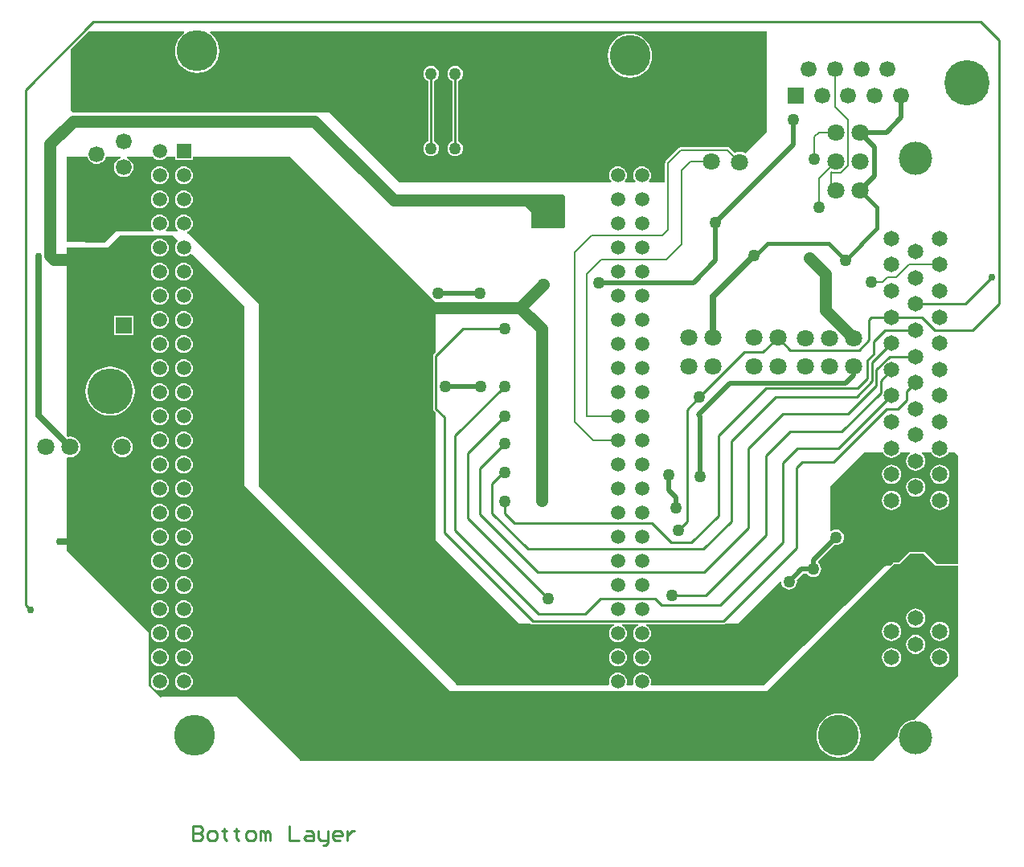
<source format=gbl>
G04*
G04 #@! TF.GenerationSoftware,Altium Limited,Altium Designer,19.0.12 (326)*
G04*
G04 Layer_Physical_Order=2*
G04 Layer_Color=16711680*
%FSLAX25Y25*%
%MOIN*%
G70*
G01*
G75*
%ADD10C,0.01000*%
%ADD15C,0.00800*%
%ADD53C,0.05000*%
%ADD54C,0.02000*%
%ADD55C,0.02500*%
%ADD58C,0.01500*%
%ADD59C,0.16929*%
%ADD60C,0.13800*%
%ADD61C,0.06500*%
%ADD62C,0.05906*%
%ADD63R,0.05906X0.05906*%
%ADD64C,0.07087*%
%ADD65C,0.18740*%
%ADD66R,0.06653X0.06653*%
%ADD67C,0.06653*%
%ADD68R,0.06653X0.06653*%
%ADD69C,0.06653*%
%ADD70C,0.18898*%
%ADD71C,0.05000*%
%ADD72C,0.03000*%
G36*
X396700Y573500D02*
X387744Y564544D01*
X387640Y564624D01*
X386608Y565051D01*
X385500Y565197D01*
X384392Y565051D01*
X383374Y564630D01*
X381293Y566710D01*
X380929Y566954D01*
X380500Y567039D01*
X380500Y567039D01*
X361083D01*
X361083Y567039D01*
X360653Y566954D01*
X360290Y566710D01*
X354872Y561293D01*
X354629Y560929D01*
X354544Y560500D01*
X354544Y560500D01*
Y552453D01*
X347940Y552453D01*
X347728Y552953D01*
X348191Y553555D01*
X348559Y554444D01*
X348684Y555398D01*
X348559Y556351D01*
X348191Y557240D01*
X347605Y558003D01*
X346842Y558588D01*
X345954Y558956D01*
X345000Y559082D01*
X344046Y558956D01*
X343158Y558588D01*
X342395Y558003D01*
X341809Y557240D01*
X341441Y556351D01*
X341316Y555398D01*
X341441Y554444D01*
X341809Y553555D01*
X342272Y552953D01*
X342059Y552453D01*
X337941D01*
X337728Y552953D01*
X338191Y553555D01*
X338559Y554444D01*
X338684Y555398D01*
X338559Y556351D01*
X338191Y557240D01*
X337605Y558003D01*
X336842Y558588D01*
X335954Y558956D01*
X335000Y559082D01*
X334046Y558956D01*
X333158Y558588D01*
X332395Y558003D01*
X331809Y557240D01*
X331441Y556351D01*
X331316Y555398D01*
X331441Y554444D01*
X331809Y553555D01*
X332272Y552953D01*
X332060Y552453D01*
X244547Y552453D01*
X215500Y581500D01*
X109000Y581500D01*
X108000Y582500D01*
Y607770D01*
X115230Y615000D01*
X155014D01*
X155193Y614500D01*
X153988Y613512D01*
X152843Y612116D01*
X151992Y610524D01*
X151468Y608797D01*
X151291Y607000D01*
X151468Y605203D01*
X151992Y603476D01*
X152843Y601884D01*
X153988Y600488D01*
X155384Y599343D01*
X156976Y598492D01*
X158703Y597968D01*
X160500Y597791D01*
X162297Y597968D01*
X164024Y598492D01*
X165616Y599343D01*
X167012Y600488D01*
X168157Y601884D01*
X169008Y603476D01*
X169532Y605203D01*
X169709Y607000D01*
X169532Y608797D01*
X169008Y610524D01*
X168157Y612116D01*
X167012Y613512D01*
X165807Y614500D01*
X165986Y615000D01*
X396700D01*
X396700Y573500D01*
D02*
G37*
G36*
X259500Y502398D02*
Y482230D01*
X258635Y481365D01*
X258370Y480968D01*
X258277Y480500D01*
Y458500D01*
X258370Y458032D01*
X258635Y457635D01*
X259500Y456770D01*
Y404056D01*
X294056Y369500D01*
X298825D01*
X299185Y369260D01*
X299653Y369166D01*
X333247D01*
X333346Y368666D01*
X333158Y368588D01*
X332395Y368003D01*
X331809Y367240D01*
X331441Y366351D01*
X331316Y365398D01*
X331441Y364444D01*
X331809Y363556D01*
X332395Y362792D01*
X333158Y362207D01*
X334046Y361839D01*
X335000Y361713D01*
X335954Y361839D01*
X336842Y362207D01*
X337605Y362792D01*
X338191Y363556D01*
X338559Y364444D01*
X338684Y365398D01*
X338559Y366351D01*
X338191Y367240D01*
X337605Y368003D01*
X336842Y368588D01*
X336654Y368666D01*
X336753Y369166D01*
X343247D01*
X343346Y368666D01*
X343158Y368588D01*
X342395Y368003D01*
X341809Y367240D01*
X341441Y366351D01*
X341316Y365398D01*
X341441Y364444D01*
X341809Y363556D01*
X342395Y362792D01*
X343158Y362207D01*
X344046Y361839D01*
X345000Y361713D01*
X345954Y361839D01*
X346842Y362207D01*
X347605Y362792D01*
X348191Y363556D01*
X348559Y364444D01*
X348684Y365398D01*
X348559Y366351D01*
X348191Y367240D01*
X347605Y368003D01*
X346842Y368588D01*
X346654Y368666D01*
X346753Y369166D01*
X378631D01*
X379100Y369260D01*
X379460Y369500D01*
X384763D01*
X402331Y387068D01*
X402779Y386847D01*
X402772Y386795D01*
X402882Y385960D01*
X403205Y385181D01*
X403718Y384513D01*
X404386Y384000D01*
X405165Y383678D01*
X406000Y383568D01*
X406835Y383678D01*
X407614Y384000D01*
X408282Y384513D01*
X408795Y385181D01*
X409118Y385960D01*
X409228Y386795D01*
X409137Y387481D01*
X411923Y390267D01*
X413297D01*
X413718Y389718D01*
X414386Y389205D01*
X415165Y388882D01*
X416000Y388772D01*
X416835Y388882D01*
X417614Y389205D01*
X418282Y389718D01*
X418795Y390386D01*
X419118Y391165D01*
X419228Y392000D01*
X419118Y392835D01*
X418795Y393614D01*
X418282Y394282D01*
X417921Y394560D01*
X417891Y395140D01*
X424814Y402063D01*
X425500Y401972D01*
X426335Y402082D01*
X427114Y402405D01*
X427782Y402918D01*
X428295Y403586D01*
X428618Y404365D01*
X428728Y405200D01*
X428618Y406035D01*
X428295Y406814D01*
X427782Y407482D01*
X427114Y407995D01*
X426335Y408318D01*
X425500Y408428D01*
X424665Y408318D01*
X423886Y407995D01*
X423477Y407681D01*
X423000Y407945D01*
Y426500D01*
X437000Y440500D01*
X444939D01*
X445050Y440232D01*
X445683Y439407D01*
X446508Y438774D01*
X447469Y438376D01*
X448500Y438240D01*
X449531Y438376D01*
X450492Y438774D01*
X451317Y439407D01*
X451950Y440232D01*
X452061Y440500D01*
X455996D01*
X456166Y440000D01*
X455683Y439630D01*
X455050Y438804D01*
X454652Y437844D01*
X454516Y436812D01*
X454652Y435781D01*
X455050Y434820D01*
X455683Y433995D01*
X456508Y433362D01*
X457469Y432964D01*
X458500Y432828D01*
X459531Y432964D01*
X460492Y433362D01*
X461317Y433995D01*
X461950Y434820D01*
X462348Y435781D01*
X462484Y436812D01*
X462348Y437844D01*
X461950Y438804D01*
X461317Y439630D01*
X460834Y440000D01*
X461004Y440500D01*
X464939D01*
X465050Y440232D01*
X465683Y439407D01*
X466508Y438774D01*
X467469Y438376D01*
X468500Y438240D01*
X469531Y438376D01*
X470492Y438774D01*
X471317Y439407D01*
X471950Y440232D01*
X472061Y440500D01*
X474758D01*
X476000Y439258D01*
X476000Y394714D01*
X476000Y394214D01*
X467015D01*
X462273Y398955D01*
X462215Y398994D01*
X462166Y399043D01*
X462101Y399070D01*
X462042Y399110D01*
X462038Y399110D01*
X462038Y399110D01*
X461925Y399157D01*
X461922Y399159D01*
X461853Y399173D01*
X461788Y399200D01*
X461718Y399200D01*
X461649Y399214D01*
X456452D01*
X456383Y399200D01*
X456313Y399200D01*
X456312Y399200D01*
X456312D01*
X456312Y399200D01*
X456247Y399173D01*
X456179Y399159D01*
X456175Y399157D01*
X456175Y399157D01*
X456062Y399110D01*
X456058Y399110D01*
X456000Y399071D01*
X455935Y399043D01*
X455885Y398994D01*
X455827Y398955D01*
X455372Y398500D01*
X455191D01*
X451404Y394714D01*
X449570Y394714D01*
X449520Y394704D01*
X449469Y394707D01*
X449469Y394707D01*
X449451Y394700D01*
X449431Y394700D01*
X449366Y394673D01*
X449297Y394659D01*
X449294Y394657D01*
X449294Y394657D01*
X449181Y394611D01*
X449181Y394611D01*
X449177Y394610D01*
X449119Y394571D01*
X449054Y394544D01*
X449004Y394494D01*
X448946Y394455D01*
X447991Y393500D01*
X446080D01*
X445576Y392996D01*
X395509Y343929D01*
X348795D01*
X348517Y344345D01*
X348559Y344444D01*
X348684Y345398D01*
X348559Y346351D01*
X348191Y347240D01*
X347605Y348003D01*
X346842Y348588D01*
X345954Y348956D01*
X345000Y349082D01*
X344046Y348956D01*
X343158Y348588D01*
X342395Y348003D01*
X341809Y347240D01*
X341441Y346351D01*
X341316Y345398D01*
X341441Y344444D01*
X341482Y344345D01*
X341205Y343929D01*
X338795D01*
X338517Y344345D01*
X338559Y344444D01*
X338684Y345398D01*
X338559Y346351D01*
X338191Y347240D01*
X337605Y348003D01*
X336842Y348588D01*
X335954Y348956D01*
X335000Y349082D01*
X334046Y348956D01*
X333158Y348588D01*
X332395Y348003D01*
X331809Y347240D01*
X331441Y346351D01*
X331316Y345398D01*
X331441Y344444D01*
X331483Y344345D01*
X331205Y343929D01*
X268450D01*
X186000Y426379D01*
X186000Y502000D01*
X156419Y531581D01*
X156516Y532072D01*
X156842Y532207D01*
X157605Y532793D01*
X158191Y533556D01*
X158559Y534444D01*
X158684Y535398D01*
X158559Y536351D01*
X158191Y537240D01*
X157605Y538003D01*
X156842Y538588D01*
X155954Y538956D01*
X155000Y539082D01*
X154046Y538956D01*
X153158Y538588D01*
X152395Y538003D01*
X151809Y537240D01*
X151441Y536351D01*
X151316Y535398D01*
X151441Y534444D01*
X151809Y533556D01*
X152395Y532793D01*
X152541Y532681D01*
X152380Y532207D01*
X147620Y532207D01*
X147459Y532681D01*
X147605Y532793D01*
X148191Y533556D01*
X148559Y534444D01*
X148684Y535398D01*
X148559Y536351D01*
X148191Y537240D01*
X147605Y538003D01*
X146842Y538588D01*
X145954Y538956D01*
X145000Y539082D01*
X144046Y538956D01*
X143158Y538588D01*
X142395Y538003D01*
X141809Y537240D01*
X141441Y536351D01*
X141316Y535398D01*
X141441Y534444D01*
X141809Y533556D01*
X142395Y532793D01*
X142541Y532681D01*
X142380Y532207D01*
X126827Y532207D01*
X121891Y527271D01*
X106500Y527636D01*
X106500Y563000D01*
X114917D01*
X115294Y562091D01*
X115939Y561250D01*
X116780Y560605D01*
X117760Y560199D01*
X118811Y560061D01*
X119862Y560199D01*
X120842Y560605D01*
X121683Y561250D01*
X122328Y562091D01*
X122705Y563000D01*
X128618D01*
X128718Y562500D01*
X127961Y562187D01*
X127120Y561541D01*
X126475Y560700D01*
X126069Y559721D01*
X125931Y558669D01*
X126069Y557618D01*
X126475Y556639D01*
X127120Y555797D01*
X127961Y555152D01*
X128941Y554746D01*
X129992Y554608D01*
X131043Y554746D01*
X132023Y555152D01*
X132864Y555797D01*
X133510Y556639D01*
X133915Y557618D01*
X134054Y558669D01*
X133915Y559721D01*
X133510Y560700D01*
X132864Y561541D01*
X132023Y562187D01*
X131266Y562500D01*
X131366Y563000D01*
X142236D01*
X142395Y562792D01*
X143158Y562207D01*
X144046Y561839D01*
X145000Y561713D01*
X145954Y561839D01*
X146842Y562207D01*
X147605Y562792D01*
X147764Y563000D01*
X151347D01*
Y561745D01*
X158653D01*
Y563000D01*
X198898D01*
X259500Y502398D01*
D02*
G37*
G36*
X313181Y546819D02*
Y534181D01*
X313181Y534181D01*
X312500Y533500D01*
X299000D01*
Y540000D01*
X296000Y543000D01*
Y547500D01*
X312500D01*
X313181Y546819D01*
D02*
G37*
G36*
X150500Y530500D02*
X152468Y528533D01*
X152435Y528033D01*
X152395Y528003D01*
X151809Y527240D01*
X151441Y526351D01*
X151316Y525398D01*
X151441Y524444D01*
X151809Y523556D01*
X152395Y522792D01*
X153158Y522207D01*
X154046Y521839D01*
X155000Y521713D01*
X155954Y521839D01*
X156842Y522207D01*
X157605Y522792D01*
X157636Y522832D01*
X158135Y522865D01*
X180000Y501000D01*
X180000Y426725D01*
X265225Y341500D01*
X397000Y341500D01*
X449450Y393950D01*
X449454Y393951D01*
X449567Y393998D01*
X449570Y394000D01*
X449570Y394000D01*
X451881Y394000D01*
X456331Y398450D01*
X456335Y398451D01*
X456448Y398498D01*
X456452Y398500D01*
X456452Y398500D01*
X461649D01*
X461652Y398498D01*
X461765Y398451D01*
X461769Y398450D01*
X466719Y393500D01*
X476000D01*
Y347652D01*
X457872Y329524D01*
X457010Y329439D01*
X455578Y329004D01*
X454257Y328298D01*
X453100Y327349D01*
X452150Y326191D01*
X451444Y324871D01*
X451010Y323439D01*
X450925Y322577D01*
X440848Y312500D01*
X203398D01*
X176898Y339000D01*
X145571D01*
X145500Y338929D01*
X140500Y343929D01*
X140500Y365807D01*
X106500Y399806D01*
X106500Y438136D01*
X107000Y438514D01*
X107808Y438408D01*
X108916Y438554D01*
X109948Y438981D01*
X110834Y439662D01*
X111514Y440548D01*
X111942Y441580D01*
X112088Y442688D01*
X111942Y443796D01*
X111514Y444828D01*
X110834Y445714D01*
X109948Y446394D01*
X108916Y446822D01*
X107808Y446968D01*
X107000Y446862D01*
X106526Y447220D01*
X106500Y447280D01*
X106500Y525398D01*
X123445Y525398D01*
X128547Y530500D01*
X150500Y530500D01*
D02*
G37*
%LPC*%
G36*
X340000Y614209D02*
X338203Y614032D01*
X336476Y613508D01*
X334884Y612657D01*
X333488Y611512D01*
X332343Y610116D01*
X331492Y608524D01*
X330968Y606797D01*
X330791Y605000D01*
X330968Y603203D01*
X331492Y601476D01*
X332343Y599884D01*
X333488Y598488D01*
X334884Y597343D01*
X336476Y596492D01*
X338203Y595968D01*
X340000Y595791D01*
X341797Y595968D01*
X343524Y596492D01*
X345116Y597343D01*
X346512Y598488D01*
X347657Y599884D01*
X348508Y601476D01*
X349032Y603203D01*
X349209Y605000D01*
X349032Y606797D01*
X348508Y608524D01*
X347657Y610116D01*
X346512Y611512D01*
X345116Y612657D01*
X343524Y613508D01*
X341797Y614032D01*
X340000Y614209D01*
D02*
G37*
G36*
X267500Y600728D02*
X266665Y600618D01*
X265886Y600295D01*
X265218Y599782D01*
X264705Y599114D01*
X264382Y598335D01*
X264272Y597500D01*
X264382Y596665D01*
X264705Y595886D01*
X265218Y595218D01*
X265886Y594705D01*
X266277Y594543D01*
Y569457D01*
X265886Y569295D01*
X265218Y568782D01*
X264705Y568114D01*
X264382Y567335D01*
X264272Y566500D01*
X264382Y565665D01*
X264705Y564886D01*
X265218Y564218D01*
X265886Y563705D01*
X266665Y563382D01*
X267500Y563272D01*
X268335Y563382D01*
X269114Y563705D01*
X269782Y564218D01*
X270295Y564886D01*
X270618Y565665D01*
X270728Y566500D01*
X270618Y567335D01*
X270295Y568114D01*
X269782Y568782D01*
X269114Y569295D01*
X268724Y569457D01*
Y594543D01*
X269114Y594705D01*
X269782Y595218D01*
X270295Y595886D01*
X270618Y596665D01*
X270728Y597500D01*
X270618Y598335D01*
X270295Y599114D01*
X269782Y599782D01*
X269114Y600295D01*
X268335Y600618D01*
X267500Y600728D01*
D02*
G37*
G36*
X257500D02*
X256665Y600618D01*
X255886Y600295D01*
X255218Y599782D01*
X254705Y599114D01*
X254382Y598335D01*
X254272Y597500D01*
X254382Y596665D01*
X254705Y595886D01*
X255218Y595218D01*
X255886Y594705D01*
X256276Y594543D01*
Y569457D01*
X255886Y569295D01*
X255218Y568782D01*
X254705Y568114D01*
X254382Y567335D01*
X254272Y566500D01*
X254382Y565665D01*
X254705Y564886D01*
X255218Y564218D01*
X255886Y563705D01*
X256665Y563382D01*
X257500Y563272D01*
X258335Y563382D01*
X259114Y563705D01*
X259782Y564218D01*
X260295Y564886D01*
X260618Y565665D01*
X260728Y566500D01*
X260618Y567335D01*
X260295Y568114D01*
X259782Y568782D01*
X259114Y569295D01*
X258723Y569457D01*
Y594543D01*
X259114Y594705D01*
X259782Y595218D01*
X260295Y595886D01*
X260618Y596665D01*
X260728Y597500D01*
X260618Y598335D01*
X260295Y599114D01*
X259782Y599782D01*
X259114Y600295D01*
X258335Y600618D01*
X257500Y600728D01*
D02*
G37*
G36*
X155000Y559082D02*
X154046Y558956D01*
X153158Y558588D01*
X152395Y558003D01*
X151809Y557240D01*
X151441Y556351D01*
X151316Y555398D01*
X151441Y554444D01*
X151809Y553555D01*
X152395Y552793D01*
X153158Y552207D01*
X154046Y551839D01*
X155000Y551713D01*
X155954Y551839D01*
X156842Y552207D01*
X157605Y552793D01*
X158191Y553555D01*
X158559Y554444D01*
X158684Y555398D01*
X158559Y556351D01*
X158191Y557240D01*
X157605Y558003D01*
X156842Y558588D01*
X155954Y558956D01*
X155000Y559082D01*
D02*
G37*
G36*
X145000D02*
X144046Y558956D01*
X143158Y558588D01*
X142395Y558003D01*
X141809Y557240D01*
X141441Y556351D01*
X141316Y555398D01*
X141441Y554444D01*
X141809Y553555D01*
X142395Y552793D01*
X143158Y552207D01*
X144046Y551839D01*
X145000Y551713D01*
X145954Y551839D01*
X146842Y552207D01*
X147605Y552793D01*
X148191Y553555D01*
X148559Y554444D01*
X148684Y555398D01*
X148559Y556351D01*
X148191Y557240D01*
X147605Y558003D01*
X146842Y558588D01*
X145954Y558956D01*
X145000Y559082D01*
D02*
G37*
G36*
X155000Y549082D02*
X154046Y548956D01*
X153158Y548588D01*
X152395Y548003D01*
X151809Y547240D01*
X151441Y546351D01*
X151316Y545398D01*
X151441Y544444D01*
X151809Y543555D01*
X152395Y542793D01*
X153158Y542207D01*
X154046Y541839D01*
X155000Y541713D01*
X155954Y541839D01*
X156842Y542207D01*
X157605Y542793D01*
X158191Y543555D01*
X158559Y544444D01*
X158684Y545398D01*
X158559Y546351D01*
X158191Y547240D01*
X157605Y548003D01*
X156842Y548588D01*
X155954Y548956D01*
X155000Y549082D01*
D02*
G37*
G36*
X145000D02*
X144046Y548956D01*
X143158Y548588D01*
X142395Y548003D01*
X141809Y547240D01*
X141441Y546351D01*
X141316Y545398D01*
X141441Y544444D01*
X141809Y543555D01*
X142395Y542793D01*
X143158Y542207D01*
X144046Y541839D01*
X145000Y541713D01*
X145954Y541839D01*
X146842Y542207D01*
X147605Y542793D01*
X148191Y543555D01*
X148559Y544444D01*
X148684Y545398D01*
X148559Y546351D01*
X148191Y547240D01*
X147605Y548003D01*
X146842Y548588D01*
X145954Y548956D01*
X145000Y549082D01*
D02*
G37*
G36*
X468500Y435342D02*
X467469Y435207D01*
X466508Y434809D01*
X465683Y434175D01*
X465050Y433350D01*
X464652Y432389D01*
X464516Y431358D01*
X464652Y430327D01*
X465050Y429366D01*
X465683Y428541D01*
X466508Y427908D01*
X467469Y427510D01*
X468500Y427374D01*
X469531Y427510D01*
X470492Y427908D01*
X471317Y428541D01*
X471950Y429366D01*
X472348Y430327D01*
X472484Y431358D01*
X472348Y432389D01*
X471950Y433350D01*
X471317Y434175D01*
X470492Y434809D01*
X469531Y435207D01*
X468500Y435342D01*
D02*
G37*
G36*
X448500D02*
X447469Y435207D01*
X446508Y434809D01*
X445683Y434175D01*
X445050Y433350D01*
X444652Y432389D01*
X444516Y431358D01*
X444652Y430327D01*
X445050Y429366D01*
X445683Y428541D01*
X446508Y427908D01*
X447469Y427510D01*
X448500Y427374D01*
X449531Y427510D01*
X450492Y427908D01*
X451317Y428541D01*
X451950Y429366D01*
X452348Y430327D01*
X452484Y431358D01*
X452348Y432389D01*
X451950Y433350D01*
X451317Y434175D01*
X450492Y434809D01*
X449531Y435207D01*
X448500Y435342D01*
D02*
G37*
G36*
X458500Y429933D02*
X457469Y429797D01*
X456508Y429399D01*
X455683Y428766D01*
X455050Y427941D01*
X454652Y426980D01*
X454516Y425949D01*
X454652Y424918D01*
X455050Y423957D01*
X455683Y423132D01*
X456508Y422499D01*
X457469Y422100D01*
X458500Y421965D01*
X459531Y422100D01*
X460492Y422499D01*
X461317Y423132D01*
X461950Y423957D01*
X462348Y424918D01*
X462484Y425949D01*
X462348Y426980D01*
X461950Y427941D01*
X461317Y428766D01*
X460492Y429399D01*
X459531Y429797D01*
X458500Y429933D01*
D02*
G37*
G36*
X468500Y424476D02*
X467469Y424340D01*
X466508Y423942D01*
X465683Y423309D01*
X465050Y422484D01*
X464652Y421523D01*
X464516Y420492D01*
X464652Y419461D01*
X465050Y418500D01*
X465683Y417675D01*
X466508Y417042D01*
X467469Y416644D01*
X468500Y416508D01*
X469531Y416644D01*
X470492Y417042D01*
X471317Y417675D01*
X471950Y418500D01*
X472348Y419461D01*
X472484Y420492D01*
X472348Y421523D01*
X471950Y422484D01*
X471317Y423309D01*
X470492Y423942D01*
X469531Y424340D01*
X468500Y424476D01*
D02*
G37*
G36*
X448500D02*
X447469Y424340D01*
X446508Y423942D01*
X445683Y423309D01*
X445050Y422484D01*
X444652Y421523D01*
X444516Y420492D01*
X444652Y419461D01*
X445050Y418500D01*
X445683Y417675D01*
X446508Y417042D01*
X447469Y416644D01*
X448500Y416508D01*
X449531Y416644D01*
X450492Y417042D01*
X451317Y417675D01*
X451950Y418500D01*
X452348Y419461D01*
X452484Y420492D01*
X452348Y421523D01*
X451950Y422484D01*
X451317Y423309D01*
X450492Y423942D01*
X449531Y424340D01*
X448500Y424476D01*
D02*
G37*
G36*
X345000Y359082D02*
X344046Y358956D01*
X343158Y358588D01*
X342395Y358003D01*
X341809Y357240D01*
X341441Y356351D01*
X341316Y355398D01*
X341441Y354444D01*
X341809Y353555D01*
X342395Y352793D01*
X343158Y352207D01*
X344046Y351839D01*
X345000Y351713D01*
X345954Y351839D01*
X346842Y352207D01*
X347605Y352793D01*
X348191Y353555D01*
X348559Y354444D01*
X348684Y355398D01*
X348559Y356351D01*
X348191Y357240D01*
X347605Y358003D01*
X346842Y358588D01*
X345954Y358956D01*
X345000Y359082D01*
D02*
G37*
G36*
X335000D02*
X334046Y358956D01*
X333158Y358588D01*
X332395Y358003D01*
X331809Y357240D01*
X331441Y356351D01*
X331316Y355398D01*
X331441Y354444D01*
X331809Y353555D01*
X332395Y352793D01*
X333158Y352207D01*
X334046Y351839D01*
X335000Y351713D01*
X335954Y351839D01*
X336842Y352207D01*
X337605Y352793D01*
X338191Y353555D01*
X338559Y354444D01*
X338684Y355398D01*
X338559Y356351D01*
X338191Y357240D01*
X337605Y358003D01*
X336842Y358588D01*
X335954Y358956D01*
X335000Y359082D01*
D02*
G37*
G36*
X145000Y529082D02*
X144046Y528956D01*
X143158Y528588D01*
X142395Y528003D01*
X141809Y527240D01*
X141441Y526351D01*
X141316Y525398D01*
X141441Y524444D01*
X141809Y523556D01*
X142395Y522792D01*
X143158Y522207D01*
X144046Y521839D01*
X145000Y521713D01*
X145954Y521839D01*
X146842Y522207D01*
X147605Y522792D01*
X148191Y523556D01*
X148559Y524444D01*
X148684Y525398D01*
X148559Y526351D01*
X148191Y527240D01*
X147605Y528003D01*
X146842Y528588D01*
X145954Y528956D01*
X145000Y529082D01*
D02*
G37*
G36*
X155000Y519082D02*
X154046Y518956D01*
X153158Y518588D01*
X152395Y518003D01*
X151809Y517240D01*
X151441Y516351D01*
X151316Y515398D01*
X151441Y514444D01*
X151809Y513555D01*
X152395Y512792D01*
X153158Y512207D01*
X154046Y511839D01*
X155000Y511713D01*
X155954Y511839D01*
X156842Y512207D01*
X157605Y512792D01*
X158191Y513555D01*
X158559Y514444D01*
X158684Y515398D01*
X158559Y516351D01*
X158191Y517240D01*
X157605Y518003D01*
X156842Y518588D01*
X155954Y518956D01*
X155000Y519082D01*
D02*
G37*
G36*
X145000D02*
X144046Y518956D01*
X143158Y518588D01*
X142395Y518003D01*
X141809Y517240D01*
X141441Y516351D01*
X141316Y515398D01*
X141441Y514444D01*
X141809Y513555D01*
X142395Y512792D01*
X143158Y512207D01*
X144046Y511839D01*
X145000Y511713D01*
X145954Y511839D01*
X146842Y512207D01*
X147605Y512792D01*
X148191Y513555D01*
X148559Y514444D01*
X148684Y515398D01*
X148559Y516351D01*
X148191Y517240D01*
X147605Y518003D01*
X146842Y518588D01*
X145954Y518956D01*
X145000Y519082D01*
D02*
G37*
G36*
X155000Y509082D02*
X154046Y508956D01*
X153158Y508588D01*
X152395Y508003D01*
X151809Y507240D01*
X151441Y506351D01*
X151316Y505398D01*
X151441Y504444D01*
X151809Y503555D01*
X152395Y502793D01*
X153158Y502207D01*
X154046Y501839D01*
X155000Y501713D01*
X155954Y501839D01*
X156842Y502207D01*
X157605Y502793D01*
X158191Y503555D01*
X158559Y504444D01*
X158684Y505398D01*
X158559Y506351D01*
X158191Y507240D01*
X157605Y508003D01*
X156842Y508588D01*
X155954Y508956D01*
X155000Y509082D01*
D02*
G37*
G36*
X145000D02*
X144046Y508956D01*
X143158Y508588D01*
X142395Y508003D01*
X141809Y507240D01*
X141441Y506351D01*
X141316Y505398D01*
X141441Y504444D01*
X141809Y503555D01*
X142395Y502793D01*
X143158Y502207D01*
X144046Y501839D01*
X145000Y501713D01*
X145954Y501839D01*
X146842Y502207D01*
X147605Y502793D01*
X148191Y503555D01*
X148559Y504444D01*
X148684Y505398D01*
X148559Y506351D01*
X148191Y507240D01*
X147605Y508003D01*
X146842Y508588D01*
X145954Y508956D01*
X145000Y509082D01*
D02*
G37*
G36*
X155000Y499082D02*
X154046Y498956D01*
X153158Y498588D01*
X152395Y498003D01*
X151809Y497240D01*
X151441Y496351D01*
X151316Y495398D01*
X151441Y494444D01*
X151809Y493555D01*
X152395Y492793D01*
X153158Y492207D01*
X154046Y491839D01*
X155000Y491713D01*
X155954Y491839D01*
X156842Y492207D01*
X157605Y492793D01*
X158191Y493555D01*
X158559Y494444D01*
X158684Y495398D01*
X158559Y496351D01*
X158191Y497240D01*
X157605Y498003D01*
X156842Y498588D01*
X155954Y498956D01*
X155000Y499082D01*
D02*
G37*
G36*
X145000D02*
X144046Y498956D01*
X143158Y498588D01*
X142395Y498003D01*
X141809Y497240D01*
X141441Y496351D01*
X141316Y495398D01*
X141441Y494444D01*
X141809Y493555D01*
X142395Y492793D01*
X143158Y492207D01*
X144046Y491839D01*
X145000Y491713D01*
X145954Y491839D01*
X146842Y492207D01*
X147605Y492793D01*
X148191Y493555D01*
X148559Y494444D01*
X148684Y495398D01*
X148559Y496351D01*
X148191Y497240D01*
X147605Y498003D01*
X146842Y498588D01*
X145954Y498956D01*
X145000Y499082D01*
D02*
G37*
G36*
X134019Y497263D02*
X125965D01*
Y489209D01*
X134019D01*
Y497263D01*
D02*
G37*
G36*
X155000Y489082D02*
X154046Y488956D01*
X153158Y488588D01*
X152395Y488003D01*
X151809Y487240D01*
X151441Y486351D01*
X151316Y485398D01*
X151441Y484444D01*
X151809Y483556D01*
X152395Y482793D01*
X153158Y482207D01*
X154046Y481839D01*
X155000Y481713D01*
X155954Y481839D01*
X156842Y482207D01*
X157605Y482793D01*
X158191Y483556D01*
X158559Y484444D01*
X158684Y485398D01*
X158559Y486351D01*
X158191Y487240D01*
X157605Y488003D01*
X156842Y488588D01*
X155954Y488956D01*
X155000Y489082D01*
D02*
G37*
G36*
X145000D02*
X144046Y488956D01*
X143158Y488588D01*
X142395Y488003D01*
X141809Y487240D01*
X141441Y486351D01*
X141316Y485398D01*
X141441Y484444D01*
X141809Y483556D01*
X142395Y482793D01*
X143158Y482207D01*
X144046Y481839D01*
X145000Y481713D01*
X145954Y481839D01*
X146842Y482207D01*
X147605Y482793D01*
X148191Y483556D01*
X148559Y484444D01*
X148684Y485398D01*
X148559Y486351D01*
X148191Y487240D01*
X147605Y488003D01*
X146842Y488588D01*
X145954Y488956D01*
X145000Y489082D01*
D02*
G37*
G36*
X155000Y479082D02*
X154046Y478956D01*
X153158Y478588D01*
X152395Y478003D01*
X151809Y477240D01*
X151441Y476351D01*
X151316Y475398D01*
X151441Y474444D01*
X151809Y473556D01*
X152395Y472792D01*
X153158Y472207D01*
X154046Y471839D01*
X155000Y471713D01*
X155954Y471839D01*
X156842Y472207D01*
X157605Y472792D01*
X158191Y473556D01*
X158559Y474444D01*
X158684Y475398D01*
X158559Y476351D01*
X158191Y477240D01*
X157605Y478003D01*
X156842Y478588D01*
X155954Y478956D01*
X155000Y479082D01*
D02*
G37*
G36*
X145000D02*
X144046Y478956D01*
X143158Y478588D01*
X142395Y478003D01*
X141809Y477240D01*
X141441Y476351D01*
X141316Y475398D01*
X141441Y474444D01*
X141809Y473556D01*
X142395Y472792D01*
X143158Y472207D01*
X144046Y471839D01*
X145000Y471713D01*
X145954Y471839D01*
X146842Y472207D01*
X147605Y472792D01*
X148191Y473556D01*
X148559Y474444D01*
X148684Y475398D01*
X148559Y476351D01*
X148191Y477240D01*
X147605Y478003D01*
X146842Y478588D01*
X145954Y478956D01*
X145000Y479082D01*
D02*
G37*
G36*
X155000Y469082D02*
X154046Y468956D01*
X153158Y468588D01*
X152395Y468003D01*
X151809Y467240D01*
X151441Y466351D01*
X151316Y465398D01*
X151441Y464444D01*
X151809Y463555D01*
X152395Y462792D01*
X153158Y462207D01*
X154046Y461839D01*
X155000Y461713D01*
X155954Y461839D01*
X156842Y462207D01*
X157605Y462792D01*
X158191Y463555D01*
X158559Y464444D01*
X158684Y465398D01*
X158559Y466351D01*
X158191Y467240D01*
X157605Y468003D01*
X156842Y468588D01*
X155954Y468956D01*
X155000Y469082D01*
D02*
G37*
G36*
X145000D02*
X144046Y468956D01*
X143158Y468588D01*
X142395Y468003D01*
X141809Y467240D01*
X141441Y466351D01*
X141316Y465398D01*
X141441Y464444D01*
X141809Y463555D01*
X142395Y462792D01*
X143158Y462207D01*
X144046Y461839D01*
X145000Y461713D01*
X145954Y461839D01*
X146842Y462207D01*
X147605Y462792D01*
X148191Y463555D01*
X148559Y464444D01*
X148684Y465398D01*
X148559Y466351D01*
X148191Y467240D01*
X147605Y468003D01*
X146842Y468588D01*
X145954Y468956D01*
X145000Y469082D01*
D02*
G37*
G36*
X124402Y476013D02*
X122412Y475817D01*
X120499Y475237D01*
X118736Y474294D01*
X117191Y473026D01*
X115922Y471481D01*
X114980Y469718D01*
X114400Y467804D01*
X114204Y465815D01*
X114400Y463825D01*
X114980Y461912D01*
X115922Y460149D01*
X117191Y458604D01*
X118736Y457336D01*
X120499Y456393D01*
X122412Y455813D01*
X124402Y455617D01*
X126391Y455813D01*
X128304Y456393D01*
X130067Y457336D01*
X131613Y458604D01*
X132881Y460149D01*
X133823Y461912D01*
X134404Y463825D01*
X134599Y465815D01*
X134404Y467804D01*
X133823Y469718D01*
X132881Y471481D01*
X131613Y473026D01*
X130067Y474294D01*
X128304Y475237D01*
X126391Y475817D01*
X124402Y476013D01*
D02*
G37*
G36*
X155000Y459082D02*
X154046Y458956D01*
X153158Y458588D01*
X152395Y458003D01*
X151809Y457240D01*
X151441Y456351D01*
X151316Y455398D01*
X151441Y454444D01*
X151809Y453555D01*
X152395Y452793D01*
X153158Y452207D01*
X154046Y451839D01*
X155000Y451713D01*
X155954Y451839D01*
X156842Y452207D01*
X157605Y452793D01*
X158191Y453555D01*
X158559Y454444D01*
X158684Y455398D01*
X158559Y456351D01*
X158191Y457240D01*
X157605Y458003D01*
X156842Y458588D01*
X155954Y458956D01*
X155000Y459082D01*
D02*
G37*
G36*
X145000D02*
X144046Y458956D01*
X143158Y458588D01*
X142395Y458003D01*
X141809Y457240D01*
X141441Y456351D01*
X141316Y455398D01*
X141441Y454444D01*
X141809Y453555D01*
X142395Y452793D01*
X143158Y452207D01*
X144046Y451839D01*
X145000Y451713D01*
X145954Y451839D01*
X146842Y452207D01*
X147605Y452793D01*
X148191Y453555D01*
X148559Y454444D01*
X148684Y455398D01*
X148559Y456351D01*
X148191Y457240D01*
X147605Y458003D01*
X146842Y458588D01*
X145954Y458956D01*
X145000Y459082D01*
D02*
G37*
G36*
X155000Y449082D02*
X154046Y448956D01*
X153158Y448588D01*
X152395Y448003D01*
X151809Y447240D01*
X151441Y446351D01*
X151316Y445398D01*
X151441Y444444D01*
X151809Y443555D01*
X152395Y442793D01*
X153158Y442207D01*
X154046Y441839D01*
X155000Y441713D01*
X155954Y441839D01*
X156842Y442207D01*
X157605Y442793D01*
X158191Y443555D01*
X158559Y444444D01*
X158684Y445398D01*
X158559Y446351D01*
X158191Y447240D01*
X157605Y448003D01*
X156842Y448588D01*
X155954Y448956D01*
X155000Y449082D01*
D02*
G37*
G36*
X145000D02*
X144046Y448956D01*
X143158Y448588D01*
X142395Y448003D01*
X141809Y447240D01*
X141441Y446351D01*
X141316Y445398D01*
X141441Y444444D01*
X141809Y443555D01*
X142395Y442793D01*
X143158Y442207D01*
X144046Y441839D01*
X145000Y441713D01*
X145954Y441839D01*
X146842Y442207D01*
X147605Y442793D01*
X148191Y443555D01*
X148559Y444444D01*
X148684Y445398D01*
X148559Y446351D01*
X148191Y447240D01*
X147605Y448003D01*
X146842Y448588D01*
X145954Y448956D01*
X145000Y449082D01*
D02*
G37*
G36*
X129466Y446968D02*
X128358Y446822D01*
X127326Y446394D01*
X126439Y445714D01*
X125759Y444828D01*
X125332Y443796D01*
X125186Y442688D01*
X125332Y441580D01*
X125759Y440548D01*
X126439Y439662D01*
X127326Y438981D01*
X128358Y438554D01*
X129466Y438408D01*
X130574Y438554D01*
X131606Y438981D01*
X132492Y439662D01*
X133172Y440548D01*
X133600Y441580D01*
X133746Y442688D01*
X133600Y443796D01*
X133172Y444828D01*
X132492Y445714D01*
X131606Y446394D01*
X130574Y446822D01*
X129466Y446968D01*
D02*
G37*
G36*
X155000Y439082D02*
X154046Y438956D01*
X153158Y438588D01*
X152395Y438003D01*
X151809Y437240D01*
X151441Y436351D01*
X151316Y435398D01*
X151441Y434444D01*
X151809Y433556D01*
X152395Y432793D01*
X153158Y432207D01*
X154046Y431839D01*
X155000Y431713D01*
X155954Y431839D01*
X156842Y432207D01*
X157605Y432793D01*
X158191Y433556D01*
X158559Y434444D01*
X158684Y435398D01*
X158559Y436351D01*
X158191Y437240D01*
X157605Y438003D01*
X156842Y438588D01*
X155954Y438956D01*
X155000Y439082D01*
D02*
G37*
G36*
X145000D02*
X144046Y438956D01*
X143158Y438588D01*
X142395Y438003D01*
X141809Y437240D01*
X141441Y436351D01*
X141316Y435398D01*
X141441Y434444D01*
X141809Y433556D01*
X142395Y432793D01*
X143158Y432207D01*
X144046Y431839D01*
X145000Y431713D01*
X145954Y431839D01*
X146842Y432207D01*
X147605Y432793D01*
X148191Y433556D01*
X148559Y434444D01*
X148684Y435398D01*
X148559Y436351D01*
X148191Y437240D01*
X147605Y438003D01*
X146842Y438588D01*
X145954Y438956D01*
X145000Y439082D01*
D02*
G37*
G36*
X155000Y429082D02*
X154046Y428956D01*
X153158Y428588D01*
X152395Y428003D01*
X151809Y427240D01*
X151441Y426351D01*
X151316Y425398D01*
X151441Y424444D01*
X151809Y423556D01*
X152395Y422792D01*
X153158Y422207D01*
X154046Y421839D01*
X155000Y421713D01*
X155954Y421839D01*
X156842Y422207D01*
X157605Y422792D01*
X158191Y423556D01*
X158559Y424444D01*
X158684Y425398D01*
X158559Y426351D01*
X158191Y427240D01*
X157605Y428003D01*
X156842Y428588D01*
X155954Y428956D01*
X155000Y429082D01*
D02*
G37*
G36*
X145000D02*
X144046Y428956D01*
X143158Y428588D01*
X142395Y428003D01*
X141809Y427240D01*
X141441Y426351D01*
X141316Y425398D01*
X141441Y424444D01*
X141809Y423556D01*
X142395Y422792D01*
X143158Y422207D01*
X144046Y421839D01*
X145000Y421713D01*
X145954Y421839D01*
X146842Y422207D01*
X147605Y422792D01*
X148191Y423556D01*
X148559Y424444D01*
X148684Y425398D01*
X148559Y426351D01*
X148191Y427240D01*
X147605Y428003D01*
X146842Y428588D01*
X145954Y428956D01*
X145000Y429082D01*
D02*
G37*
G36*
X155000Y419082D02*
X154046Y418956D01*
X153158Y418588D01*
X152395Y418003D01*
X151809Y417240D01*
X151441Y416351D01*
X151316Y415398D01*
X151441Y414444D01*
X151809Y413555D01*
X152395Y412792D01*
X153158Y412207D01*
X154046Y411839D01*
X155000Y411713D01*
X155954Y411839D01*
X156842Y412207D01*
X157605Y412792D01*
X158191Y413555D01*
X158559Y414444D01*
X158684Y415398D01*
X158559Y416351D01*
X158191Y417240D01*
X157605Y418003D01*
X156842Y418588D01*
X155954Y418956D01*
X155000Y419082D01*
D02*
G37*
G36*
X145000D02*
X144046Y418956D01*
X143158Y418588D01*
X142395Y418003D01*
X141809Y417240D01*
X141441Y416351D01*
X141316Y415398D01*
X141441Y414444D01*
X141809Y413555D01*
X142395Y412792D01*
X143158Y412207D01*
X144046Y411839D01*
X145000Y411713D01*
X145954Y411839D01*
X146842Y412207D01*
X147605Y412792D01*
X148191Y413555D01*
X148559Y414444D01*
X148684Y415398D01*
X148559Y416351D01*
X148191Y417240D01*
X147605Y418003D01*
X146842Y418588D01*
X145954Y418956D01*
X145000Y419082D01*
D02*
G37*
G36*
X155000Y409082D02*
X154046Y408956D01*
X153158Y408588D01*
X152395Y408003D01*
X151809Y407240D01*
X151441Y406351D01*
X151316Y405398D01*
X151441Y404444D01*
X151809Y403555D01*
X152395Y402793D01*
X153158Y402207D01*
X154046Y401839D01*
X155000Y401713D01*
X155954Y401839D01*
X156842Y402207D01*
X157605Y402793D01*
X158191Y403555D01*
X158559Y404444D01*
X158684Y405398D01*
X158559Y406351D01*
X158191Y407240D01*
X157605Y408003D01*
X156842Y408588D01*
X155954Y408956D01*
X155000Y409082D01*
D02*
G37*
G36*
X145000D02*
X144046Y408956D01*
X143158Y408588D01*
X142395Y408003D01*
X141809Y407240D01*
X141441Y406351D01*
X141316Y405398D01*
X141441Y404444D01*
X141809Y403555D01*
X142395Y402793D01*
X143158Y402207D01*
X144046Y401839D01*
X145000Y401713D01*
X145954Y401839D01*
X146842Y402207D01*
X147605Y402793D01*
X148191Y403555D01*
X148559Y404444D01*
X148684Y405398D01*
X148559Y406351D01*
X148191Y407240D01*
X147605Y408003D01*
X146842Y408588D01*
X145954Y408956D01*
X145000Y409082D01*
D02*
G37*
G36*
X155000Y399082D02*
X154046Y398956D01*
X153158Y398588D01*
X152395Y398003D01*
X151809Y397240D01*
X151441Y396351D01*
X151316Y395398D01*
X151441Y394444D01*
X151809Y393555D01*
X152395Y392793D01*
X153158Y392207D01*
X154046Y391839D01*
X155000Y391713D01*
X155954Y391839D01*
X156842Y392207D01*
X157605Y392793D01*
X158191Y393555D01*
X158559Y394444D01*
X158684Y395398D01*
X158559Y396351D01*
X158191Y397240D01*
X157605Y398003D01*
X156842Y398588D01*
X155954Y398956D01*
X155000Y399082D01*
D02*
G37*
G36*
X145000D02*
X144046Y398956D01*
X143158Y398588D01*
X142395Y398003D01*
X141809Y397240D01*
X141441Y396351D01*
X141316Y395398D01*
X141441Y394444D01*
X141809Y393555D01*
X142395Y392793D01*
X143158Y392207D01*
X144046Y391839D01*
X145000Y391713D01*
X145954Y391839D01*
X146842Y392207D01*
X147605Y392793D01*
X148191Y393555D01*
X148559Y394444D01*
X148684Y395398D01*
X148559Y396351D01*
X148191Y397240D01*
X147605Y398003D01*
X146842Y398588D01*
X145954Y398956D01*
X145000Y399082D01*
D02*
G37*
G36*
X155000Y389082D02*
X154046Y388956D01*
X153158Y388588D01*
X152395Y388003D01*
X151809Y387240D01*
X151441Y386351D01*
X151316Y385398D01*
X151441Y384444D01*
X151809Y383556D01*
X152395Y382792D01*
X153158Y382207D01*
X154046Y381839D01*
X155000Y381713D01*
X155954Y381839D01*
X156842Y382207D01*
X157605Y382792D01*
X158191Y383556D01*
X158559Y384444D01*
X158684Y385398D01*
X158559Y386351D01*
X158191Y387240D01*
X157605Y388003D01*
X156842Y388588D01*
X155954Y388956D01*
X155000Y389082D01*
D02*
G37*
G36*
X145000D02*
X144046Y388956D01*
X143158Y388588D01*
X142395Y388003D01*
X141809Y387240D01*
X141441Y386351D01*
X141316Y385398D01*
X141441Y384444D01*
X141809Y383556D01*
X142395Y382792D01*
X143158Y382207D01*
X144046Y381839D01*
X145000Y381713D01*
X145954Y381839D01*
X146842Y382207D01*
X147605Y382792D01*
X148191Y383556D01*
X148559Y384444D01*
X148684Y385398D01*
X148559Y386351D01*
X148191Y387240D01*
X147605Y388003D01*
X146842Y388588D01*
X145954Y388956D01*
X145000Y389082D01*
D02*
G37*
G36*
X155000Y379082D02*
X154046Y378956D01*
X153158Y378588D01*
X152395Y378003D01*
X151809Y377240D01*
X151441Y376351D01*
X151316Y375398D01*
X151441Y374444D01*
X151809Y373555D01*
X152395Y372793D01*
X153158Y372207D01*
X154046Y371839D01*
X155000Y371713D01*
X155954Y371839D01*
X156842Y372207D01*
X157605Y372793D01*
X158191Y373555D01*
X158559Y374444D01*
X158684Y375398D01*
X158559Y376351D01*
X158191Y377240D01*
X157605Y378003D01*
X156842Y378588D01*
X155954Y378956D01*
X155000Y379082D01*
D02*
G37*
G36*
X145000D02*
X144046Y378956D01*
X143158Y378588D01*
X142395Y378003D01*
X141809Y377240D01*
X141441Y376351D01*
X141316Y375398D01*
X141441Y374444D01*
X141809Y373555D01*
X142395Y372793D01*
X143158Y372207D01*
X144046Y371839D01*
X145000Y371713D01*
X145954Y371839D01*
X146842Y372207D01*
X147605Y372793D01*
X148191Y373555D01*
X148559Y374444D01*
X148684Y375398D01*
X148559Y376351D01*
X148191Y377240D01*
X147605Y378003D01*
X146842Y378588D01*
X145954Y378956D01*
X145000Y379082D01*
D02*
G37*
G36*
X458500Y375615D02*
X457469Y375480D01*
X456508Y375082D01*
X455683Y374448D01*
X455050Y373623D01*
X454652Y372662D01*
X454516Y371631D01*
X454652Y370600D01*
X455050Y369639D01*
X455683Y368814D01*
X456508Y368181D01*
X457469Y367783D01*
X458500Y367647D01*
X459531Y367783D01*
X460492Y368181D01*
X461317Y368814D01*
X461950Y369639D01*
X462348Y370600D01*
X462484Y371631D01*
X462348Y372662D01*
X461950Y373623D01*
X461317Y374448D01*
X460492Y375082D01*
X459531Y375480D01*
X458500Y375615D01*
D02*
G37*
G36*
X468500Y370146D02*
X467469Y370010D01*
X466508Y369612D01*
X465683Y368979D01*
X465050Y368153D01*
X464652Y367193D01*
X464516Y366161D01*
X464652Y365130D01*
X465050Y364169D01*
X465683Y363344D01*
X466508Y362711D01*
X467469Y362313D01*
X468500Y362177D01*
X469531Y362313D01*
X470492Y362711D01*
X471317Y363344D01*
X471950Y364169D01*
X472348Y365130D01*
X472484Y366161D01*
X472348Y367193D01*
X471950Y368153D01*
X471317Y368979D01*
X470492Y369612D01*
X469531Y370010D01*
X468500Y370146D01*
D02*
G37*
G36*
X448500D02*
X447469Y370010D01*
X446508Y369612D01*
X445683Y368979D01*
X445050Y368153D01*
X444652Y367193D01*
X444516Y366161D01*
X444652Y365130D01*
X445050Y364169D01*
X445683Y363344D01*
X446508Y362711D01*
X447469Y362313D01*
X448500Y362177D01*
X449531Y362313D01*
X450492Y362711D01*
X451317Y363344D01*
X451950Y364169D01*
X452348Y365130D01*
X452484Y366161D01*
X452348Y367193D01*
X451950Y368153D01*
X451317Y368979D01*
X450492Y369612D01*
X449531Y370010D01*
X448500Y370146D01*
D02*
G37*
G36*
X155000Y369082D02*
X154046Y368956D01*
X153158Y368588D01*
X152395Y368003D01*
X151809Y367240D01*
X151441Y366351D01*
X151316Y365398D01*
X151441Y364444D01*
X151809Y363556D01*
X152395Y362792D01*
X153158Y362207D01*
X154046Y361839D01*
X155000Y361713D01*
X155954Y361839D01*
X156842Y362207D01*
X157605Y362792D01*
X158191Y363556D01*
X158559Y364444D01*
X158684Y365398D01*
X158559Y366351D01*
X158191Y367240D01*
X157605Y368003D01*
X156842Y368588D01*
X155954Y368956D01*
X155000Y369082D01*
D02*
G37*
G36*
X145000D02*
X144046Y368956D01*
X143158Y368588D01*
X142395Y368003D01*
X141809Y367240D01*
X141441Y366351D01*
X141316Y365398D01*
X141441Y364444D01*
X141809Y363556D01*
X142395Y362792D01*
X143158Y362207D01*
X144046Y361839D01*
X145000Y361713D01*
X145954Y361839D01*
X146842Y362207D01*
X147605Y362792D01*
X148191Y363556D01*
X148559Y364444D01*
X148684Y365398D01*
X148559Y366351D01*
X148191Y367240D01*
X147605Y368003D01*
X146842Y368588D01*
X145954Y368956D01*
X145000Y369082D01*
D02*
G37*
G36*
X458500Y364752D02*
X457469Y364616D01*
X456508Y364218D01*
X455683Y363585D01*
X455050Y362760D01*
X454652Y361799D01*
X454516Y360768D01*
X454652Y359737D01*
X455050Y358776D01*
X455683Y357951D01*
X456508Y357317D01*
X457469Y356920D01*
X458500Y356784D01*
X459531Y356920D01*
X460492Y357317D01*
X461317Y357951D01*
X461950Y358776D01*
X462348Y359737D01*
X462484Y360768D01*
X462348Y361799D01*
X461950Y362760D01*
X461317Y363585D01*
X460492Y364218D01*
X459531Y364616D01*
X458500Y364752D01*
D02*
G37*
G36*
X155000Y359082D02*
X154046Y358956D01*
X153158Y358588D01*
X152395Y358003D01*
X151809Y357240D01*
X151441Y356351D01*
X151316Y355398D01*
X151441Y354444D01*
X151809Y353555D01*
X152395Y352793D01*
X153158Y352207D01*
X154046Y351839D01*
X155000Y351713D01*
X155954Y351839D01*
X156842Y352207D01*
X157605Y352793D01*
X158191Y353555D01*
X158559Y354444D01*
X158684Y355398D01*
X158559Y356351D01*
X158191Y357240D01*
X157605Y358003D01*
X156842Y358588D01*
X155954Y358956D01*
X155000Y359082D01*
D02*
G37*
G36*
X145000D02*
X144046Y358956D01*
X143158Y358588D01*
X142395Y358003D01*
X141809Y357240D01*
X141441Y356351D01*
X141316Y355398D01*
X141441Y354444D01*
X141809Y353555D01*
X142395Y352793D01*
X143158Y352207D01*
X144046Y351839D01*
X145000Y351713D01*
X145954Y351839D01*
X146842Y352207D01*
X147605Y352793D01*
X148191Y353555D01*
X148559Y354444D01*
X148684Y355398D01*
X148559Y356351D01*
X148191Y357240D01*
X147605Y358003D01*
X146842Y358588D01*
X145954Y358956D01*
X145000Y359082D01*
D02*
G37*
G36*
X468500Y359279D02*
X467469Y359144D01*
X466508Y358746D01*
X465683Y358112D01*
X465050Y357287D01*
X464652Y356326D01*
X464516Y355295D01*
X464652Y354264D01*
X465050Y353303D01*
X465683Y352478D01*
X466508Y351845D01*
X467469Y351447D01*
X468500Y351311D01*
X469531Y351447D01*
X470492Y351845D01*
X471317Y352478D01*
X471950Y353303D01*
X472348Y354264D01*
X472484Y355295D01*
X472348Y356326D01*
X471950Y357287D01*
X471317Y358112D01*
X470492Y358746D01*
X469531Y359144D01*
X468500Y359279D01*
D02*
G37*
G36*
X448500D02*
X447469Y359144D01*
X446508Y358746D01*
X445683Y358112D01*
X445050Y357287D01*
X444652Y356326D01*
X444516Y355295D01*
X444652Y354264D01*
X445050Y353303D01*
X445683Y352478D01*
X446508Y351845D01*
X447469Y351447D01*
X448500Y351311D01*
X449531Y351447D01*
X450492Y351845D01*
X451317Y352478D01*
X451950Y353303D01*
X452348Y354264D01*
X452484Y355295D01*
X452348Y356326D01*
X451950Y357287D01*
X451317Y358112D01*
X450492Y358746D01*
X449531Y359144D01*
X448500Y359279D01*
D02*
G37*
G36*
X155000Y349082D02*
X154046Y348956D01*
X153158Y348588D01*
X152395Y348003D01*
X151809Y347240D01*
X151441Y346351D01*
X151316Y345398D01*
X151441Y344444D01*
X151809Y343555D01*
X152395Y342793D01*
X153158Y342207D01*
X154046Y341839D01*
X155000Y341713D01*
X155954Y341839D01*
X156842Y342207D01*
X157605Y342793D01*
X158191Y343555D01*
X158559Y344444D01*
X158684Y345398D01*
X158559Y346351D01*
X158191Y347240D01*
X157605Y348003D01*
X156842Y348588D01*
X155954Y348956D01*
X155000Y349082D01*
D02*
G37*
G36*
X145000D02*
X144046Y348956D01*
X143158Y348588D01*
X142395Y348003D01*
X141809Y347240D01*
X141441Y346351D01*
X141316Y345398D01*
X141441Y344444D01*
X141809Y343555D01*
X142395Y342793D01*
X143158Y342207D01*
X144046Y341839D01*
X145000Y341713D01*
X145954Y341839D01*
X146842Y342207D01*
X147605Y342793D01*
X148191Y343555D01*
X148559Y344444D01*
X148684Y345398D01*
X148559Y346351D01*
X148191Y347240D01*
X147605Y348003D01*
X146842Y348588D01*
X145954Y348956D01*
X145000Y349082D01*
D02*
G37*
G36*
X426500Y332209D02*
X424703Y332032D01*
X422976Y331508D01*
X421384Y330657D01*
X419988Y329512D01*
X418843Y328116D01*
X417992Y326524D01*
X417468Y324797D01*
X417291Y323000D01*
X417468Y321203D01*
X417992Y319476D01*
X418843Y317884D01*
X419988Y316488D01*
X421384Y315343D01*
X422976Y314492D01*
X424703Y313968D01*
X426500Y313791D01*
X428297Y313968D01*
X430024Y314492D01*
X431616Y315343D01*
X433012Y316488D01*
X434157Y317884D01*
X435008Y319476D01*
X435532Y321203D01*
X435709Y323000D01*
X435532Y324797D01*
X435008Y326524D01*
X434157Y328116D01*
X433012Y329512D01*
X431616Y330657D01*
X430024Y331508D01*
X428297Y332032D01*
X426500Y332209D01*
D02*
G37*
%LPD*%
D10*
X299653Y370390D02*
X378631D01*
X263000Y407043D02*
X299653Y370390D01*
X263000Y407043D02*
Y455000D01*
X302000Y373500D02*
X321500D01*
X267500Y408000D02*
X302000Y373500D01*
X267500Y408000D02*
Y447315D01*
X272625Y413120D02*
X306000Y379745D01*
X272625Y413120D02*
Y440125D01*
X367771Y462271D02*
X368771D01*
X89343Y590843D02*
X117500Y619000D01*
X89343Y377125D02*
Y590843D01*
Y377125D02*
X91432Y375036D01*
X259500Y480500D02*
X270815Y491815D01*
X259500Y458500D02*
Y480500D01*
Y458500D02*
X263000Y455000D01*
X478993Y501993D02*
X490000Y513000D01*
X458500Y501993D02*
X478993D01*
X406427Y482926D02*
X435022D01*
X401275Y488078D02*
X406427Y482926D01*
X441000Y486500D02*
X445630Y491130D01*
X441000Y481250D02*
Y486500D01*
X438500Y478750D02*
X441000Y481250D01*
X440140Y496555D02*
X448500D01*
X439085Y495500D02*
X440140Y496555D01*
X439085Y486989D02*
Y495500D01*
X435022Y482926D02*
X439085Y486989D01*
X445630Y491130D02*
X458500D01*
X438500Y471000D02*
Y478750D01*
X482000Y491000D02*
X493000Y502000D01*
X466455Y491000D02*
X482000D01*
X460900Y496555D02*
X466455Y491000D01*
X448500Y496555D02*
X460900D01*
X493000Y502000D02*
Y611500D01*
X485500Y619000D02*
X493000Y611500D01*
X117500Y619000D02*
X485500D01*
X257500Y566500D02*
Y597500D01*
X321500Y373500D02*
X327738Y379738D01*
X270815Y491815D02*
X288000D01*
X327738Y379738D02*
X350450D01*
X434500Y467000D02*
X438500Y471000D01*
X396241Y467000D02*
X434500D01*
X376626Y447384D02*
X396241Y467000D01*
X272625Y440125D02*
X288000Y455500D01*
X277750Y433750D02*
X288000Y444000D01*
X277750Y414750D02*
Y433750D01*
X301750Y390750D02*
X327000Y390750D01*
X277750Y414750D02*
X301750Y390750D01*
X297617Y400500D02*
X370500D01*
X282875Y415242D02*
X297617Y400500D01*
X282875Y415242D02*
Y427375D01*
X363667Y458167D02*
X367771Y462271D01*
X363667Y411667D02*
Y458167D01*
X387456Y482000D02*
X395198D01*
X368771Y463315D02*
X387456Y482000D01*
X360000Y408000D02*
X363667Y411667D01*
X353188Y377000D02*
X377500D01*
X350450Y379738D02*
X353188Y377000D01*
X371503Y381245D02*
X396254Y405995D01*
X357500Y381245D02*
X371503D01*
X378631Y370390D02*
X408970Y400728D01*
X377500Y377000D02*
X403496Y402996D01*
X443900Y465258D02*
Y470223D01*
X427888Y449246D02*
X443900Y465258D01*
X406246Y449246D02*
X427888D01*
X442200Y468200D02*
Y474816D01*
X430500Y456500D02*
X442200Y468200D01*
X403241Y456500D02*
X430500D01*
X440500Y469945D02*
Y477689D01*
X434126Y463571D02*
X440500Y469945D01*
X400313Y463571D02*
X434126D01*
X451000Y458500D02*
X454750Y462250D01*
Y465653D02*
X458500Y469403D01*
X454750Y462250D02*
Y465653D01*
X446500Y458500D02*
X451000D01*
X424530Y436530D02*
X446500Y458500D01*
X411513Y436530D02*
X424530D01*
X426548Y442004D02*
X448500Y463957D01*
X409246Y442004D02*
X426548D01*
X443900Y470223D02*
X448500Y474823D01*
X447650Y480266D02*
X458500D01*
X442200Y474816D02*
X447650Y480266D01*
X440500Y477689D02*
X448500Y485689D01*
X381929Y445187D02*
X400313Y463571D01*
X403496Y436254D02*
X409246Y442004D01*
X408970Y433987D02*
X411513Y436530D01*
X389000Y442259D02*
X403241Y456500D01*
X396254Y439254D02*
X406246Y449246D01*
X381929Y411929D02*
Y445187D01*
X376626Y414126D02*
Y447384D01*
X396254Y405995D02*
Y439254D01*
X403496Y402996D02*
Y436254D01*
X408970Y400728D02*
Y433987D01*
X389000Y409000D02*
Y442259D01*
X287500Y432000D02*
X288000D01*
X282875Y427375D02*
X287500Y432000D01*
X267500Y566500D02*
Y597500D01*
X267500Y447315D02*
X288000Y467815D01*
X327000Y390750D02*
X370750D01*
X292000Y411000D02*
X349000D01*
X370750Y390750D02*
X389000Y409000D01*
X370500Y400500D02*
X381929Y411929D01*
X365500Y403000D02*
X376626Y414126D01*
X288000Y415000D02*
Y420000D01*
X357000Y403000D02*
X365500D01*
X349000Y411000D02*
X357000Y403000D01*
X288000Y415000D02*
X292000Y411000D01*
X395198Y482000D02*
X401275Y488078D01*
X158684Y285498D02*
Y279500D01*
X161683D01*
X162683Y280500D01*
Y281499D01*
X161683Y282499D01*
X158684D01*
X161683D01*
X162683Y283499D01*
Y284498D01*
X161683Y285498D01*
X158684D01*
X165682Y279500D02*
X167681D01*
X168681Y280500D01*
Y282499D01*
X167681Y283499D01*
X165682D01*
X164682Y282499D01*
Y280500D01*
X165682Y279500D01*
X171680Y284498D02*
Y283499D01*
X170680D01*
X172680D01*
X171680D01*
Y280500D01*
X172680Y279500D01*
X176678Y284498D02*
Y283499D01*
X175679D01*
X177678D01*
X176678D01*
Y280500D01*
X177678Y279500D01*
X181677D02*
X183676D01*
X184676Y280500D01*
Y282499D01*
X183676Y283499D01*
X181677D01*
X180677Y282499D01*
Y280500D01*
X181677Y279500D01*
X186675D02*
Y283499D01*
X187675D01*
X188675Y282499D01*
Y279500D01*
Y282499D01*
X189674Y283499D01*
X190674Y282499D01*
Y279500D01*
X198671Y285498D02*
Y279500D01*
X202670D01*
X205669Y283499D02*
X207668D01*
X208668Y282499D01*
Y279500D01*
X205669D01*
X204669Y280500D01*
X205669Y281499D01*
X208668D01*
X210667Y283499D02*
Y280500D01*
X211667Y279500D01*
X214666D01*
Y278500D01*
X213667Y277501D01*
X212667D01*
X214666Y279500D02*
Y283499D01*
X219665Y279500D02*
X217665D01*
X216666Y280500D01*
Y282499D01*
X217665Y283499D01*
X219665D01*
X220664Y282499D01*
Y281499D01*
X216666D01*
X222664Y283499D02*
Y279500D01*
Y281499D01*
X223663Y282499D01*
X224663Y283499D01*
X225663D01*
D15*
X446804Y513000D02*
X450500D01*
X444836Y511031D02*
X446804Y513000D01*
X440014Y511031D02*
X444836D01*
X322000Y514398D02*
X328102Y520500D01*
X322000Y455398D02*
Y514398D01*
Y455398D02*
X335000D01*
X316898Y453102D02*
Y523500D01*
X323898Y530500D01*
X353500D01*
X355665Y532665D01*
Y560500D01*
X365000Y561000D02*
X373736D01*
X328102Y520500D02*
X355068D01*
X361417Y526849D01*
Y557417D01*
X365000Y561000D01*
X355665Y560500D02*
X361083Y565917D01*
X324602Y445398D02*
X335000D01*
X316898Y453102D02*
X324602Y445398D01*
X361083Y565917D02*
X380500D01*
X385500Y560917D01*
X425047Y583739D02*
X430500Y578287D01*
Y559433D02*
Y578287D01*
X427423Y556357D02*
X430500Y559433D01*
X425047Y583739D02*
Y599681D01*
X423577Y556357D02*
X427423D01*
X423277Y556656D02*
X423577Y556357D01*
X423277Y551223D02*
Y556656D01*
Y551223D02*
X425500Y549000D01*
X418236Y573236D02*
X425500D01*
X416500Y571500D02*
X418236Y573236D01*
X416500Y562000D02*
Y571500D01*
X418500Y554000D02*
X425500Y561000D01*
X418500Y542000D02*
Y554000D01*
X455787Y518287D02*
X468500D01*
X450500Y513000D02*
X455787Y518287D01*
D53*
X303500Y467815D02*
Y491815D01*
Y444315D02*
Y467815D01*
Y420315D02*
Y444315D01*
X209100Y577900D02*
X242000Y545000D01*
X108900Y577900D02*
X209100D01*
X99500Y568500D02*
X108900Y577900D01*
X242000Y545000D02*
X297300D01*
X99500Y522000D02*
Y568500D01*
Y522000D02*
X101000Y520500D01*
X118811D01*
X414500Y521000D02*
X421000Y514500D01*
Y499568D02*
Y514500D01*
Y499568D02*
X432642Y487926D01*
X139504Y596996D02*
X149395Y587105D01*
X124402Y596996D02*
X139504D01*
X149395Y587105D02*
X162500D01*
X221395D02*
X252000Y556500D01*
X162500Y587105D02*
X221395D01*
X350602Y571000D02*
X373736D01*
X345000Y565398D02*
X350602Y571000D01*
X252000Y556500D02*
X291397D01*
X300295Y565398D01*
X335000D01*
X345000D01*
X294315Y500500D02*
X304000Y510185D01*
X294315Y500500D02*
X303500Y491815D01*
X246412Y500500D02*
X294315D01*
D54*
X375500Y520000D02*
Y535934D01*
X366245Y510745D02*
X375500Y520000D01*
X327000Y510745D02*
X366245D01*
X260500Y506453D02*
X277673D01*
X263500Y467719D02*
X278000D01*
X407642Y568076D02*
Y578500D01*
X375500Y535934D02*
X407642Y568076D01*
X452311Y588319D02*
Y588500D01*
Y579306D02*
Y588319D01*
X369000Y430312D02*
Y455322D01*
X368276Y456047D02*
X369000Y455322D01*
X368276Y456047D02*
X381429Y469200D01*
X429440D01*
X432642Y472402D01*
Y476225D01*
X359000Y417500D02*
Y421715D01*
X356000Y424715D02*
X359000Y421715D01*
X416000Y395700D02*
X425500Y405200D01*
X416000Y392000D02*
Y395700D01*
X411205Y392000D02*
X416000D01*
X406000Y386795D02*
X411205Y392000D01*
X356000Y424715D02*
Y431072D01*
X446242Y573236D02*
X452311Y579306D01*
X435500Y573236D02*
X446242D01*
X435500D02*
X441500Y567236D01*
Y555000D02*
Y567236D01*
X435500Y549000D02*
X441500Y555000D01*
D55*
X94608Y455888D02*
X107808Y442688D01*
X94608Y455888D02*
Y521934D01*
X103897Y403294D02*
X109948D01*
X103635Y403555D02*
X103897Y403294D01*
X103500Y403555D02*
X103635D01*
X214500Y500495D02*
X246407D01*
X374500Y505000D02*
X391500Y522000D01*
X374500Y488000D02*
Y505000D01*
X246407Y500495D02*
X246412Y500500D01*
D58*
X422261Y527107D02*
X429261Y520107D01*
X397107Y527107D02*
X422261D01*
X392000Y522000D02*
X397107Y527107D01*
X435500Y549000D02*
X442500Y542000D01*
Y533346D02*
Y542000D01*
X429261Y520107D02*
X442500Y533346D01*
X391500Y522000D02*
X392000D01*
D59*
X426500Y323000D02*
D03*
X340000Y605000D02*
D03*
X159500Y323000D02*
D03*
X160500Y607000D02*
D03*
D60*
X458500Y562500D02*
D03*
Y321949D02*
D03*
D61*
X468500Y355295D02*
D03*
X448500D02*
D03*
X468500Y377028D02*
D03*
Y387894D02*
D03*
Y398760D02*
D03*
Y409626D02*
D03*
Y420492D02*
D03*
Y431358D02*
D03*
Y442224D02*
D03*
Y453090D02*
D03*
Y463957D02*
D03*
Y474823D02*
D03*
Y485689D02*
D03*
Y496555D02*
D03*
Y507421D02*
D03*
Y518287D02*
D03*
Y529153D02*
D03*
X458500Y360768D02*
D03*
Y371631D02*
D03*
Y382495D02*
D03*
Y393358D02*
D03*
Y404222D02*
D03*
Y415085D02*
D03*
Y425949D02*
D03*
Y436812D02*
D03*
Y447676D02*
D03*
Y458539D02*
D03*
Y469403D02*
D03*
Y480266D02*
D03*
Y491130D02*
D03*
Y501993D02*
D03*
Y512857D02*
D03*
Y523720D02*
D03*
X448500Y366161D02*
D03*
Y377028D02*
D03*
Y387894D02*
D03*
Y398760D02*
D03*
Y409626D02*
D03*
Y420492D02*
D03*
Y431358D02*
D03*
Y442224D02*
D03*
Y453090D02*
D03*
Y463957D02*
D03*
Y474823D02*
D03*
Y485689D02*
D03*
Y496555D02*
D03*
Y507421D02*
D03*
X468500Y366161D02*
D03*
X448500Y518287D02*
D03*
Y529153D02*
D03*
D62*
X335000Y345398D02*
D03*
X345000D02*
D03*
X335000Y355398D02*
D03*
X345000D02*
D03*
X335000Y365398D02*
D03*
X345000D02*
D03*
X335000Y375398D02*
D03*
X345000D02*
D03*
X335000Y385398D02*
D03*
X345000D02*
D03*
X335000Y395398D02*
D03*
X345000D02*
D03*
X335000Y405398D02*
D03*
X345000D02*
D03*
X335000Y415398D02*
D03*
X345000D02*
D03*
X335000Y425398D02*
D03*
X345000D02*
D03*
X335000Y435398D02*
D03*
X345000D02*
D03*
X335000Y445398D02*
D03*
X345000D02*
D03*
X335000Y455398D02*
D03*
X345000D02*
D03*
X335000Y465398D02*
D03*
X345000D02*
D03*
X335000Y475398D02*
D03*
X345000D02*
D03*
X335000Y485398D02*
D03*
X345000D02*
D03*
X335000Y495398D02*
D03*
X345000D02*
D03*
X335000Y505398D02*
D03*
X345000D02*
D03*
X335000Y515398D02*
D03*
X345000D02*
D03*
X335000Y525398D02*
D03*
X345000D02*
D03*
X335000Y535398D02*
D03*
X345000D02*
D03*
X335000Y545398D02*
D03*
X345000D02*
D03*
X335000Y555398D02*
D03*
X345000D02*
D03*
X335000Y565398D02*
D03*
X145000D02*
D03*
X155000Y555398D02*
D03*
X145000D02*
D03*
X155000Y545398D02*
D03*
X145000D02*
D03*
X155000Y535398D02*
D03*
X145000D02*
D03*
X155000Y525398D02*
D03*
X145000D02*
D03*
X155000Y515398D02*
D03*
X145000D02*
D03*
X155000Y505398D02*
D03*
X145000D02*
D03*
X155000Y495398D02*
D03*
X145000D02*
D03*
X155000Y485398D02*
D03*
X145000D02*
D03*
X155000Y475398D02*
D03*
X145000D02*
D03*
X155000Y465398D02*
D03*
X145000D02*
D03*
X155000Y455398D02*
D03*
X145000D02*
D03*
X155000Y445398D02*
D03*
X145000D02*
D03*
X155000Y435398D02*
D03*
X145000D02*
D03*
X155000Y425398D02*
D03*
X145000D02*
D03*
X155000Y415398D02*
D03*
X145000D02*
D03*
X155000Y405398D02*
D03*
X145000D02*
D03*
X155000Y395398D02*
D03*
X145000D02*
D03*
X155000Y385398D02*
D03*
X145000D02*
D03*
X155000Y375398D02*
D03*
X145000D02*
D03*
X155000Y365398D02*
D03*
X145000D02*
D03*
X155000Y355398D02*
D03*
X145000D02*
D03*
X155000Y345398D02*
D03*
X145000D02*
D03*
D63*
X345000Y565398D02*
D03*
X155000D02*
D03*
D64*
X129466Y442688D02*
D03*
X119466D02*
D03*
X97808D02*
D03*
X107808D02*
D03*
X432642Y476225D02*
D03*
X422642D02*
D03*
X412642D02*
D03*
X432642Y487926D02*
D03*
X422642D02*
D03*
X412642D02*
D03*
X401275Y488078D02*
D03*
X391276D02*
D03*
X401275Y476219D02*
D03*
X391276D02*
D03*
X364500Y476000D02*
D03*
X374500D02*
D03*
X425500Y561000D02*
D03*
X435500D02*
D03*
X425500Y573236D02*
D03*
X435500D02*
D03*
X425500Y549000D02*
D03*
X435500D02*
D03*
X373736Y561000D02*
D03*
Y571000D02*
D03*
X385500Y560917D02*
D03*
Y570917D02*
D03*
X374500Y488000D02*
D03*
X364500D02*
D03*
D65*
X479693Y593909D02*
D03*
X381307D02*
D03*
D66*
X408689Y588319D02*
D03*
D67*
X414142Y599500D02*
D03*
X419594Y588319D02*
D03*
X425047Y599500D02*
D03*
X430500Y588319D02*
D03*
X435953Y599500D02*
D03*
X441405Y588319D02*
D03*
X446858Y599500D02*
D03*
X452311Y588319D02*
D03*
D68*
X129992Y493236D02*
D03*
D69*
X118811Y498689D02*
D03*
X129992Y504142D02*
D03*
X118811Y509594D02*
D03*
X129992Y515047D02*
D03*
X118811Y520500D02*
D03*
X129992Y525953D02*
D03*
X118811Y531405D02*
D03*
X129992Y536858D02*
D03*
X118811Y542311D02*
D03*
X129992Y547764D02*
D03*
X118811Y553217D02*
D03*
X129992Y558669D02*
D03*
X118811Y564122D02*
D03*
X129992Y569575D02*
D03*
D70*
X124402Y465815D02*
D03*
Y596996D02*
D03*
D71*
X440014Y511031D02*
D03*
X277673Y506453D02*
D03*
X260500D02*
D03*
X263500Y467719D02*
D03*
X162500Y587105D02*
D03*
X257500Y597500D02*
D03*
X306000Y379745D02*
D03*
X369000Y430312D02*
D03*
X429261Y520107D02*
D03*
X407642Y578500D02*
D03*
X288000Y491815D02*
D03*
X278000Y467719D02*
D03*
X359000Y417500D02*
D03*
X425500Y405200D02*
D03*
X304000Y510185D02*
D03*
X327000Y510745D02*
D03*
X391500Y522000D02*
D03*
X356000Y431072D02*
D03*
X357500Y381245D02*
D03*
X416000Y392000D02*
D03*
X416500Y562000D02*
D03*
X418500Y542000D02*
D03*
X288000Y432000D02*
D03*
X267500Y597500D02*
D03*
Y566500D02*
D03*
X257500D02*
D03*
X288000Y467815D02*
D03*
Y420000D02*
D03*
Y444000D02*
D03*
Y455500D02*
D03*
X406000Y386795D02*
D03*
X360000Y408000D02*
D03*
X368771Y463315D02*
D03*
X303500Y491815D02*
D03*
Y467815D02*
D03*
Y444315D02*
D03*
Y420315D02*
D03*
X375500Y535934D02*
D03*
D72*
X94608Y521934D02*
D03*
X103500Y403555D02*
D03*
X302000Y540917D02*
D03*
Y535398D02*
D03*
Y546000D02*
D03*
X490000Y513000D02*
D03*
X414500Y521000D02*
D03*
X91432Y375036D02*
D03*
M02*

</source>
